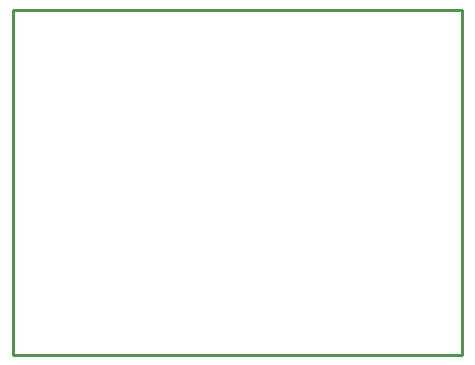
<source format=gbr>
G04 EAGLE Gerber X2 export*
%TF.Part,Single*%
%TF.FileFunction,Profile,NP*%
%TF.FilePolarity,Positive*%
%TF.GenerationSoftware,Autodesk,EAGLE,8.7.0*%
%TF.CreationDate,2021-03-05T05:11:20Z*%
G75*
%MOMM*%
%FSLAX34Y34*%
%LPD*%
%AMOC8*
5,1,8,0,0,1.08239X$1,22.5*%
G01*
%ADD10C,0.254000*%


D10*
X35560Y0D02*
X415800Y0D01*
X415800Y292000D01*
X35560Y292000D01*
X35560Y0D01*
M02*

</source>
